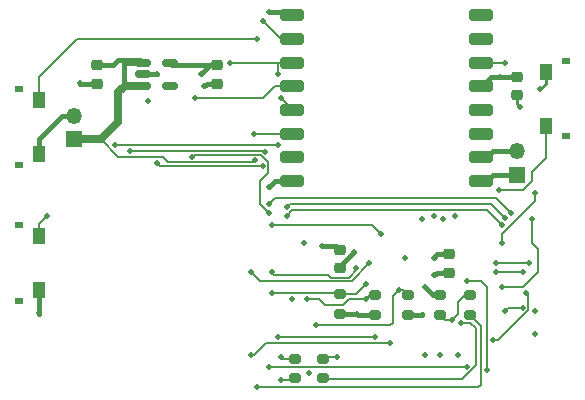
<source format=gbr>
%TF.GenerationSoftware,KiCad,Pcbnew,6.0.9-8da3e8f707~117~ubuntu22.04.1*%
%TF.CreationDate,2022-12-02T16:27:46-05:00*%
%TF.ProjectId,watch,77617463-682e-46b6-9963-61645f706362,rev?*%
%TF.SameCoordinates,Original*%
%TF.FileFunction,Copper,L1,Top*%
%TF.FilePolarity,Positive*%
%FSLAX46Y46*%
G04 Gerber Fmt 4.6, Leading zero omitted, Abs format (unit mm)*
G04 Created by KiCad (PCBNEW 6.0.9-8da3e8f707~117~ubuntu22.04.1) date 2022-12-02 16:27:46*
%MOMM*%
%LPD*%
G01*
G04 APERTURE LIST*
G04 Aperture macros list*
%AMRoundRect*
0 Rectangle with rounded corners*
0 $1 Rounding radius*
0 $2 $3 $4 $5 $6 $7 $8 $9 X,Y pos of 4 corners*
0 Add a 4 corners polygon primitive as box body*
4,1,4,$2,$3,$4,$5,$6,$7,$8,$9,$2,$3,0*
0 Add four circle primitives for the rounded corners*
1,1,$1+$1,$2,$3*
1,1,$1+$1,$4,$5*
1,1,$1+$1,$6,$7*
1,1,$1+$1,$8,$9*
0 Add four rect primitives between the rounded corners*
20,1,$1+$1,$2,$3,$4,$5,0*
20,1,$1+$1,$4,$5,$6,$7,0*
20,1,$1+$1,$6,$7,$8,$9,0*
20,1,$1+$1,$8,$9,$2,$3,0*%
G04 Aperture macros list end*
%TA.AperFunction,SMDPad,CuDef*%
%ADD10R,1.050000X1.450000*%
%TD*%
%TA.AperFunction,SMDPad,CuDef*%
%ADD11R,0.800000X0.600000*%
%TD*%
%TA.AperFunction,SMDPad,CuDef*%
%ADD12RoundRect,0.200000X0.275000X-0.200000X0.275000X0.200000X-0.275000X0.200000X-0.275000X-0.200000X0*%
%TD*%
%TA.AperFunction,SMDPad,CuDef*%
%ADD13RoundRect,0.225000X-0.250000X0.225000X-0.250000X-0.225000X0.250000X-0.225000X0.250000X0.225000X0*%
%TD*%
%TA.AperFunction,SMDPad,CuDef*%
%ADD14RoundRect,0.150000X-0.512500X-0.150000X0.512500X-0.150000X0.512500X0.150000X-0.512500X0.150000X0*%
%TD*%
%TA.AperFunction,SMDPad,CuDef*%
%ADD15RoundRect,0.250000X-0.750000X-0.250000X0.750000X-0.250000X0.750000X0.250000X-0.750000X0.250000X0*%
%TD*%
%TA.AperFunction,SMDPad,CuDef*%
%ADD16RoundRect,0.225000X0.250000X-0.225000X0.250000X0.225000X-0.250000X0.225000X-0.250000X-0.225000X0*%
%TD*%
%TA.AperFunction,ComponentPad*%
%ADD17R,1.350000X1.350000*%
%TD*%
%TA.AperFunction,ComponentPad*%
%ADD18O,1.350000X1.350000*%
%TD*%
%TA.AperFunction,ViaPad*%
%ADD19C,0.508000*%
%TD*%
%TA.AperFunction,Conductor*%
%ADD20C,0.177800*%
%TD*%
%TA.AperFunction,Conductor*%
%ADD21C,0.381000*%
%TD*%
%TA.AperFunction,Conductor*%
%ADD22C,0.635000*%
%TD*%
%TA.AperFunction,Conductor*%
%ADD23C,0.127000*%
%TD*%
%TA.AperFunction,Conductor*%
%ADD24C,0.254000*%
%TD*%
G04 APERTURE END LIST*
D10*
%TO.P,SW2,1,1*%
%TO.N,Net-(SW2-Pad1)*%
X122567500Y-112175000D03*
%TO.P,SW2,2,2*%
%TO.N,GND*%
X122567500Y-116725000D03*
D11*
%TO.P,SW2,3*%
%TO.N,N/C*%
X120817500Y-111250000D03*
%TO.P,SW2,4*%
X120817500Y-117650000D03*
%TD*%
D12*
%TO.P,R7,1*%
%TO.N,/LED2*%
X144200000Y-124225000D03*
%TO.P,R7,2*%
%TO.N,Net-(D2-Pad2)*%
X144200000Y-122575000D03*
%TD*%
D13*
%TO.P,C2,1*%
%TO.N,+3.3V*%
X137580000Y-97725000D03*
%TO.P,C2,2*%
%TO.N,GND*%
X137580000Y-99275000D03*
%TD*%
D14*
%TO.P,U1,1,VIN*%
%TO.N,Net-(C1-Pad1)*%
X131362500Y-97550000D03*
%TO.P,U1,2,GND*%
%TO.N,GND*%
X131362500Y-98500000D03*
%TO.P,U1,3,ON/~{OFF}*%
%TO.N,Net-(C1-Pad1)*%
X131362500Y-99450000D03*
%TO.P,U1,4,BP*%
%TO.N,unconnected-(U1-Pad4)*%
X133637500Y-99450000D03*
%TO.P,U1,5,VOUT*%
%TO.N,+3.3V*%
X133637500Y-97550000D03*
%TD*%
D12*
%TO.P,R6,1*%
%TO.N,/LED1*%
X146600000Y-124225000D03*
%TO.P,R6,2*%
%TO.N,Net-(D1-Pad2)*%
X146600000Y-122575000D03*
%TD*%
D10*
%TO.P,SW4,1,1*%
%TO.N,Net-(SW4-Pad1)*%
X165432500Y-102825000D03*
%TO.P,SW4,2,2*%
%TO.N,GND*%
X165432500Y-98275000D03*
D11*
%TO.P,SW4,3*%
%TO.N,N/C*%
X167182500Y-103750000D03*
%TO.P,SW4,4*%
X167182500Y-97350000D03*
%TD*%
D12*
%TO.P,R5,1*%
%TO.N,+3.3V*%
X153750000Y-118825000D03*
%TO.P,R5,2*%
%TO.N,/SDA*%
X153750000Y-117175000D03*
%TD*%
%TO.P,R1,1*%
%TO.N,Net-(C1-Pad1)*%
X159000000Y-118825000D03*
%TO.P,R1,2*%
%TO.N,Net-(R1-Pad2)*%
X159000000Y-117175000D03*
%TD*%
D15*
%TO.P,U3,1,GND*%
%TO.N,GND*%
X144000000Y-93500000D03*
%TO.P,U3,2,MISO*%
%TO.N,/MISO*%
X144000000Y-95500000D03*
%TO.P,U3,3,MOSI*%
%TO.N,/MOSI*%
X144000000Y-97500000D03*
%TO.P,U3,4,SCK*%
%TO.N,/SCK*%
X144000000Y-99500000D03*
%TO.P,U3,5,NSS*%
%TO.N,/RF_CS*%
X144000000Y-101500000D03*
%TO.P,U3,6,RESET*%
%TO.N,Net-(U2-Pad23)*%
X144000000Y-103500000D03*
%TO.P,U3,7,DIO5*%
%TO.N,unconnected-(U3-Pad7)*%
X144000000Y-105500000D03*
%TO.P,U3,8,GND*%
%TO.N,GND*%
X144000000Y-107500000D03*
%TO.P,U3,9,ANT*%
%TO.N,Net-(J3-Pad1)*%
X160000000Y-107500000D03*
%TO.P,U3,10,GND*%
%TO.N,GND*%
X160000000Y-105500000D03*
%TO.P,U3,11,DIO3*%
%TO.N,unconnected-(U3-Pad11)*%
X160000000Y-103500000D03*
%TO.P,U3,12,DIO4*%
%TO.N,unconnected-(U3-Pad12)*%
X160000000Y-101500000D03*
%TO.P,U3,13,3.3V*%
%TO.N,+3.3V*%
X160000000Y-99500000D03*
%TO.P,U3,14,DIO0*%
%TO.N,Net-(U2-Pad9)*%
X160000000Y-97500000D03*
%TO.P,U3,15,DIO1*%
%TO.N,unconnected-(U3-Pad15)*%
X160000000Y-95500000D03*
%TO.P,U3,16,DIO2*%
%TO.N,unconnected-(U3-Pad16)*%
X160000000Y-93500000D03*
%TD*%
D12*
%TO.P,R3,1*%
%TO.N,+3.3V*%
X148000000Y-118737500D03*
%TO.P,R3,2*%
%TO.N,/nRESET*%
X148000000Y-117087500D03*
%TD*%
D10*
%TO.P,SW3,1,1*%
%TO.N,Net-(SW3-Pad1)*%
X122567500Y-100675000D03*
%TO.P,SW3,2,2*%
%TO.N,GND*%
X122567500Y-105225000D03*
D11*
%TO.P,SW3,3*%
%TO.N,N/C*%
X120817500Y-99750000D03*
%TO.P,SW3,4*%
X120817500Y-106150000D03*
%TD*%
D13*
%TO.P,C1,1*%
%TO.N,Net-(C1-Pad1)*%
X127420000Y-97725000D03*
%TO.P,C1,2*%
%TO.N,GND*%
X127420000Y-99275000D03*
%TD*%
D16*
%TO.P,C5,1*%
%TO.N,+3.3V*%
X148000000Y-114887500D03*
%TO.P,C5,2*%
%TO.N,GND*%
X148000000Y-113337500D03*
%TD*%
D12*
%TO.P,R4,1*%
%TO.N,+3.3V*%
X151000000Y-118825000D03*
%TO.P,R4,2*%
%TO.N,/SCL*%
X151000000Y-117175000D03*
%TD*%
D13*
%TO.P,C4,1*%
%TO.N,+3.3V*%
X163000000Y-98725000D03*
%TO.P,C4,2*%
%TO.N,GND*%
X163000000Y-100275000D03*
%TD*%
D16*
%TO.P,C3,1*%
%TO.N,+3.3V*%
X157250000Y-115275000D03*
%TO.P,C3,2*%
%TO.N,GND*%
X157250000Y-113725000D03*
%TD*%
D12*
%TO.P,R2,1*%
%TO.N,Net-(R1-Pad2)*%
X156500000Y-118825000D03*
%TO.P,R2,2*%
%TO.N,GND*%
X156500000Y-117175000D03*
%TD*%
D17*
%TO.P,J3,1,Pin_1*%
%TO.N,Net-(J3-Pad1)*%
X163000000Y-107000000D03*
D18*
%TO.P,J3,2,Pin_2*%
%TO.N,GND*%
X163000000Y-105000000D03*
%TD*%
D17*
%TO.P,J1,1,Pin_1*%
%TO.N,Net-(C1-Pad1)*%
X125500000Y-104000000D03*
D18*
%TO.P,J1,2,Pin_2*%
%TO.N,GND*%
X125500000Y-102000000D03*
%TD*%
D19*
%TO.N,Net-(C1-Pad1)*%
X141000000Y-125000000D03*
X140804800Y-105780600D03*
%TO.N,GND*%
X156750000Y-110750000D03*
X122567500Y-118682500D03*
X131750000Y-100750000D03*
X145400000Y-123800000D03*
X163250000Y-101250000D03*
X142000000Y-93250000D03*
X155250000Y-122250000D03*
X155250000Y-116500000D03*
X142000000Y-108000000D03*
X156000000Y-114000000D03*
X126000000Y-99250000D03*
X146500000Y-113000000D03*
X164500000Y-118500000D03*
X165000000Y-99750000D03*
X155000000Y-110750000D03*
X132500000Y-98500000D03*
X136500000Y-99500000D03*
%TO.N,+3.3V*%
X149250000Y-113500000D03*
X156000000Y-115500000D03*
X156000000Y-110444000D03*
X144000000Y-117500000D03*
X161556000Y-98725000D03*
X149500000Y-118750000D03*
X136250000Y-98500000D03*
X145000000Y-112750000D03*
X157750000Y-110500000D03*
X156500000Y-122250000D03*
X158000000Y-122250000D03*
X154925000Y-118825000D03*
X164500000Y-120500000D03*
%TO.N,/eBUSY*%
X163500000Y-115250000D03*
X161250000Y-115250000D03*
%TO.N,/eRST*%
X164500000Y-108500000D03*
X161750000Y-112750000D03*
%TO.N,/eDC*%
X161750000Y-116500000D03*
X164250000Y-110750000D03*
%TO.N,/eCS*%
X164000000Y-114500000D03*
X161250000Y-114500000D03*
%TO.N,/SCK*%
X135750000Y-100500000D03*
X163750000Y-117000000D03*
X158750000Y-123250000D03*
X161000000Y-121000000D03*
X142000000Y-110250000D03*
X142000000Y-123250000D03*
X135500000Y-105475800D03*
%TO.N,/MOSI*%
X163500000Y-118250000D03*
X142750000Y-98500000D03*
X138750000Y-97500000D03*
X143500000Y-109750000D03*
X162000000Y-118500000D03*
X162033758Y-110682483D03*
%TO.N,Net-(R1-Pad2)*%
X157500000Y-119250000D03*
%TO.N,/MISO*%
X142052000Y-109500000D03*
X162500000Y-110250000D03*
X141500000Y-94000000D03*
%TO.N,Net-(D1-Pad2)*%
X147800000Y-122400000D03*
%TO.N,Net-(D2-Pad2)*%
X143000000Y-122400000D03*
%TO.N,/nRESET*%
X142250000Y-117000000D03*
X150250000Y-116250000D03*
X141500000Y-106250000D03*
X132500000Y-106000000D03*
%TO.N,/TXD*%
X140500000Y-115250000D03*
X150500000Y-114500000D03*
%TO.N,/RXD*%
X141692130Y-105057870D03*
X130250000Y-105000000D03*
X142250000Y-115250000D03*
X149418084Y-114918084D03*
%TO.N,Net-(U2-Pad23)*%
X152250000Y-121250000D03*
X140500000Y-122250000D03*
X140750000Y-103500000D03*
%TO.N,/SCL*%
X150250000Y-117500000D03*
X145250000Y-117500000D03*
%TO.N,/SDA*%
X153000000Y-116750000D03*
X145975000Y-119725000D03*
%TO.N,Net-(SW2-Pad1)*%
X129000000Y-104500000D03*
X151000000Y-120750000D03*
X123250000Y-110500000D03*
X142750000Y-120750000D03*
X142750000Y-104500000D03*
%TO.N,Net-(SW3-Pad1)*%
X151500000Y-112000000D03*
X141000000Y-95500000D03*
X142250000Y-111250000D03*
%TO.N,Net-(SW4-Pad1)*%
X161500000Y-108250000D03*
X153500000Y-114000000D03*
%TO.N,Net-(U2-Pad9)*%
X162000000Y-97500000D03*
%TO.N,/RF_CS*%
X143000000Y-100500000D03*
X143500000Y-110500000D03*
X161750000Y-111250000D03*
%TO.N,/LED1*%
X158250000Y-119500000D03*
%TO.N,/LED2*%
X160500000Y-123500000D03*
X158750000Y-116000000D03*
X143000000Y-124400000D03*
%TD*%
D20*
%TO.N,Net-(C1-Pad1)*%
X133445200Y-105945200D02*
X133000000Y-105500000D01*
D21*
X131312500Y-97500000D02*
X129750000Y-97500000D01*
D22*
X127750000Y-104000000D02*
X129250000Y-102500000D01*
D20*
X140640200Y-105945200D02*
X133445200Y-105945200D01*
X140804800Y-105780600D02*
X140640200Y-105945200D01*
D22*
X129250000Y-100000000D02*
X129800000Y-99450000D01*
D20*
X133000000Y-105500000D02*
X129250000Y-105500000D01*
D21*
X129750000Y-97500000D02*
X129750000Y-99400000D01*
X131362500Y-97550000D02*
X131312500Y-97500000D01*
D20*
X159750000Y-125000000D02*
X160000000Y-124750000D01*
D23*
X159000000Y-118825000D02*
X160000000Y-119825000D01*
D20*
X131362500Y-99450000D02*
X131300000Y-99450000D01*
D23*
X141000000Y-125000000D02*
X159750000Y-125000000D01*
D21*
X129750000Y-99400000D02*
X129800000Y-99450000D01*
X129250000Y-97250000D02*
X131062500Y-97250000D01*
D22*
X129800000Y-99450000D02*
X131362500Y-99450000D01*
D21*
X131062500Y-97250000D02*
X131362500Y-97550000D01*
D22*
X125500000Y-104000000D02*
X127750000Y-104000000D01*
D23*
X160000000Y-119825000D02*
X160000000Y-124750000D01*
D22*
X129250000Y-102500000D02*
X129250000Y-100000000D01*
D21*
X128775000Y-97725000D02*
X129250000Y-97250000D01*
X127420000Y-97725000D02*
X128775000Y-97725000D01*
D20*
X129250000Y-105500000D02*
X127750000Y-104000000D01*
D21*
%TO.N,GND*%
X122567500Y-105225000D02*
X122567500Y-103932500D01*
X142500000Y-107500000D02*
X143559500Y-107500000D01*
D24*
X163000000Y-100275000D02*
X163000000Y-101000000D01*
D21*
X131362500Y-98500000D02*
X132500000Y-98500000D01*
D24*
X165432500Y-98275000D02*
X165432500Y-99317500D01*
D21*
X156500000Y-117175000D02*
X155925000Y-117175000D01*
X163000000Y-105000000D02*
X160940500Y-105000000D01*
X126025000Y-99275000D02*
X126000000Y-99250000D01*
X142000000Y-93250000D02*
X143559500Y-93250000D01*
X137580000Y-99275000D02*
X136725000Y-99275000D01*
D24*
X165432500Y-99317500D02*
X165000000Y-99750000D01*
D21*
X136725000Y-99275000D02*
X136500000Y-99500000D01*
X157250000Y-113725000D02*
X156275000Y-113725000D01*
X122567500Y-103932500D02*
X124500000Y-102000000D01*
X122500000Y-118750000D02*
X122567500Y-118682500D01*
X147662500Y-113000000D02*
X148000000Y-113337500D01*
X143559500Y-93250000D02*
X143559500Y-93500000D01*
D24*
X163000000Y-101000000D02*
X163250000Y-101250000D01*
D21*
X155925000Y-117175000D02*
X155250000Y-116500000D01*
X156275000Y-113725000D02*
X156000000Y-114000000D01*
X124500000Y-102000000D02*
X125500000Y-102000000D01*
X122567500Y-116725000D02*
X122567500Y-118682500D01*
X127420000Y-99275000D02*
X126025000Y-99275000D01*
X142000000Y-108000000D02*
X142500000Y-107500000D01*
X160940500Y-105000000D02*
X160440500Y-105500000D01*
X146500000Y-113000000D02*
X147662500Y-113000000D01*
%TO.N,+3.3V*%
X137580000Y-97725000D02*
X137025000Y-97725000D01*
X161725000Y-98725000D02*
X161556000Y-98725000D01*
X161556000Y-98725000D02*
X160775000Y-98725000D01*
X137580000Y-97725000D02*
X133812500Y-97725000D01*
X148000000Y-114750000D02*
X149250000Y-113500000D01*
X161750000Y-98750000D02*
X161725000Y-98725000D01*
X157250000Y-115275000D02*
X156225000Y-115275000D01*
X151000000Y-118825000D02*
X149575000Y-118825000D01*
X148000000Y-114887500D02*
X148000000Y-114750000D01*
X155000000Y-118750000D02*
X154925000Y-118825000D01*
X153750000Y-118825000D02*
X154925000Y-118825000D01*
X161775000Y-98725000D02*
X161750000Y-98750000D01*
X163000000Y-98725000D02*
X161775000Y-98725000D01*
X148000000Y-118737500D02*
X149487500Y-118737500D01*
X137025000Y-97725000D02*
X136250000Y-98500000D01*
X160775000Y-98725000D02*
X160440500Y-99059500D01*
X149487500Y-118737500D02*
X149500000Y-118750000D01*
X149575000Y-118825000D02*
X149500000Y-118750000D01*
X160440500Y-99059500D02*
X160440500Y-99500000D01*
X156225000Y-115275000D02*
X156000000Y-115500000D01*
X133812500Y-97725000D02*
X133637500Y-97550000D01*
D23*
%TO.N,/eBUSY*%
X163500000Y-115250000D02*
X161250000Y-115250000D01*
%TO.N,/eRST*%
X161750000Y-112750000D02*
X161750000Y-112000000D01*
X161750000Y-112000000D02*
X164500000Y-109250000D01*
X164500000Y-109250000D02*
X164500000Y-108500000D01*
%TO.N,/eDC*%
X164250000Y-112750000D02*
X164750000Y-113250000D01*
X164250000Y-110750000D02*
X164250000Y-112750000D01*
X164750000Y-113250000D02*
X164750000Y-115250000D01*
X163500000Y-116500000D02*
X161750000Y-116500000D01*
X164750000Y-115250000D02*
X163500000Y-116500000D01*
%TO.N,/eCS*%
X161250000Y-114500000D02*
X164000000Y-114500000D01*
%TO.N,/SCK*%
X141336100Y-105336100D02*
X135663900Y-105336100D01*
X163750000Y-117000000D02*
X163944500Y-117194500D01*
X158750000Y-123250000D02*
X142000000Y-123250000D01*
X141250000Y-107500000D02*
X141944500Y-106805500D01*
X135500000Y-105500000D02*
X135500000Y-105475800D01*
X142500000Y-99500000D02*
X143686500Y-99500000D01*
X163944500Y-117194500D02*
X163944500Y-118434118D01*
X135750000Y-100500000D02*
X141500000Y-100500000D01*
X161378618Y-121000000D02*
X161000000Y-121000000D01*
X135663900Y-105336100D02*
X135500000Y-105500000D01*
X141500000Y-100500000D02*
X142500000Y-99500000D01*
X163944500Y-118434118D02*
X161378618Y-121000000D01*
X141250000Y-109500000D02*
X141250000Y-107500000D01*
X141944500Y-106805500D02*
X141944500Y-105944500D01*
X141944500Y-105944500D02*
X141336100Y-105336100D01*
X142000000Y-110250000D02*
X141250000Y-109500000D01*
%TO.N,/MOSI*%
X143750000Y-109500000D02*
X143500000Y-109750000D01*
X142750000Y-98500000D02*
X142750000Y-97500000D01*
X142750000Y-97500000D02*
X143686500Y-97500000D01*
X163500000Y-118250000D02*
X162250000Y-118250000D01*
X162033758Y-110682483D02*
X160851275Y-109500000D01*
X160851275Y-109500000D02*
X143750000Y-109500000D01*
X162250000Y-118250000D02*
X162000000Y-118500000D01*
X142750000Y-97500000D02*
X138750000Y-97500000D01*
D21*
%TO.N,Net-(J3-Pad1)*%
X160940500Y-107000000D02*
X160440500Y-107500000D01*
X163000000Y-107000000D02*
X160940500Y-107000000D01*
D23*
%TO.N,Net-(R1-Pad2)*%
X158000000Y-118750000D02*
X158000000Y-117750000D01*
X157500000Y-119250000D02*
X158000000Y-118750000D01*
X156925000Y-119250000D02*
X156500000Y-118825000D01*
X158000000Y-117750000D02*
X158575000Y-117175000D01*
X158575000Y-117175000D02*
X159000000Y-117175000D01*
X157500000Y-119250000D02*
X156925000Y-119250000D01*
%TO.N,/MISO*%
X161250000Y-109000000D02*
X142552000Y-109000000D01*
X162500000Y-110250000D02*
X161250000Y-109000000D01*
X141500000Y-94000000D02*
X143000000Y-95500000D01*
X143000000Y-95500000D02*
X143686500Y-95500000D01*
X142552000Y-109000000D02*
X142052000Y-109500000D01*
%TO.N,Net-(D1-Pad2)*%
X147800000Y-122400000D02*
X146775000Y-122400000D01*
X146775000Y-122400000D02*
X146600000Y-122575000D01*
%TO.N,Net-(D2-Pad2)*%
X143175000Y-122575000D02*
X143000000Y-122400000D01*
X144200000Y-122575000D02*
X143175000Y-122575000D01*
D20*
%TO.N,/nRESET*%
X141500000Y-106250000D02*
X132750000Y-106250000D01*
X132750000Y-106250000D02*
X132500000Y-106000000D01*
X142250000Y-117000000D02*
X147912500Y-117000000D01*
X147912500Y-117000000D02*
X148000000Y-117087500D01*
X148000000Y-117087500D02*
X149412500Y-117087500D01*
X149412500Y-117087500D02*
X150250000Y-116250000D01*
%TO.N,/TXD*%
X141250000Y-116000000D02*
X149000000Y-116000000D01*
X149000000Y-116000000D02*
X150500000Y-114500000D01*
X140500000Y-115250000D02*
X141250000Y-116000000D01*
D23*
%TO.N,/RXD*%
X147000000Y-115500000D02*
X147220600Y-115720600D01*
X141634260Y-105000000D02*
X141692130Y-105057870D01*
X148779400Y-115720600D02*
X149500000Y-115000000D01*
X142250000Y-115250000D02*
X142470600Y-115470600D01*
X147000000Y-115470600D02*
X147000000Y-115500000D01*
X142470600Y-115470600D02*
X147000000Y-115470600D01*
X147220600Y-115720600D02*
X148779400Y-115720600D01*
X130250000Y-105000000D02*
X141634260Y-105000000D01*
X149500000Y-115000000D02*
X149418084Y-114918084D01*
%TO.N,Net-(U2-Pad23)*%
X140500000Y-122250000D02*
X140750000Y-122250000D01*
D20*
X140750000Y-103500000D02*
X143661100Y-103500000D01*
D23*
X141750000Y-121250000D02*
X152250000Y-121250000D01*
X140750000Y-122250000D02*
X141750000Y-121250000D01*
D20*
%TO.N,/SCL*%
X146250000Y-117500000D02*
X145250000Y-117500000D01*
X150250000Y-117500000D02*
X148750000Y-117500000D01*
X148250000Y-118000000D02*
X146750000Y-118000000D01*
X151000000Y-117175000D02*
X150575000Y-117175000D01*
X148750000Y-117500000D02*
X148250000Y-118000000D01*
X150575000Y-117175000D02*
X150250000Y-117500000D01*
X146750000Y-118000000D02*
X146250000Y-117500000D01*
D23*
%TO.N,/SDA*%
X152500000Y-119500000D02*
X152500000Y-117250000D01*
D20*
X153325000Y-116750000D02*
X153750000Y-117175000D01*
D23*
X145975000Y-119725000D02*
X146000000Y-119750000D01*
X146000000Y-119750000D02*
X152250000Y-119750000D01*
X152500000Y-117250000D02*
X153000000Y-116750000D01*
D20*
X153000000Y-116750000D02*
X153325000Y-116750000D01*
D23*
X152250000Y-119750000D02*
X152500000Y-119500000D01*
%TO.N,Net-(SW2-Pad1)*%
X122567500Y-112175000D02*
X122567500Y-111182500D01*
X122567500Y-111182500D02*
X123250000Y-110500000D01*
X142750000Y-120750000D02*
X151000000Y-120750000D01*
X142750000Y-104500000D02*
X129000000Y-104500000D01*
%TO.N,Net-(SW3-Pad1)*%
X150750000Y-111250000D02*
X151500000Y-112000000D01*
X122567500Y-98682500D02*
X125750000Y-95500000D01*
X122567500Y-100675000D02*
X122567500Y-98682500D01*
X125750000Y-95500000D02*
X141000000Y-95500000D01*
X142250000Y-111250000D02*
X150750000Y-111250000D01*
%TO.N,Net-(SW4-Pad1)*%
X164250000Y-107481000D02*
X163481000Y-108250000D01*
X164250000Y-106750000D02*
X164250000Y-107481000D01*
X165432500Y-105567500D02*
X164250000Y-106750000D01*
X165432500Y-102825000D02*
X165432500Y-105567500D01*
X163481000Y-108250000D02*
X161500000Y-108250000D01*
%TO.N,Net-(U2-Pad9)*%
X162000000Y-97500000D02*
X160313500Y-97500000D01*
%TO.N,/RF_CS*%
X160500000Y-110000000D02*
X144000000Y-110000000D01*
X144000000Y-110000000D02*
X143500000Y-110500000D01*
X143000000Y-100500000D02*
X143686500Y-101186500D01*
X161750000Y-111250000D02*
X160500000Y-110000000D01*
X143686500Y-101186500D02*
X143686500Y-101500000D01*
%TO.N,/LED1*%
X158378618Y-124250000D02*
X146625000Y-124250000D01*
X158250000Y-119500000D02*
X159000000Y-119500000D01*
X159500000Y-123128618D02*
X158378618Y-124250000D01*
X159000000Y-119500000D02*
X159500000Y-120000000D01*
X159500000Y-120000000D02*
X159500000Y-123128618D01*
X146625000Y-124250000D02*
X146600000Y-124225000D01*
%TO.N,/LED2*%
X144025000Y-124400000D02*
X144200000Y-124225000D01*
X160000000Y-116000000D02*
X160500000Y-116500000D01*
X158750000Y-116000000D02*
X160000000Y-116000000D01*
X143000000Y-124400000D02*
X144025000Y-124400000D01*
X160500000Y-116500000D02*
X160500000Y-123500000D01*
%TD*%
M02*

</source>
